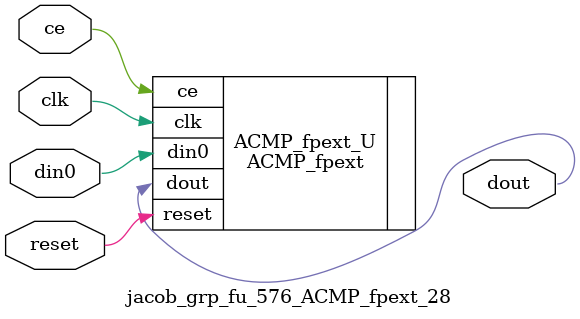
<source format=v>

`timescale 1 ns / 1 ps
module jacob_grp_fu_576_ACMP_fpext_28(
    clk,
    reset,
    ce,
    din0,
    dout);

parameter ID = 32'd1;
parameter NUM_STAGE = 32'd1;
parameter din0_WIDTH = 32'd1;
parameter dout_WIDTH = 32'd1;
input clk;
input reset;
input ce;
input[din0_WIDTH - 1:0] din0;
output[dout_WIDTH - 1:0] dout;



ACMP_fpext #(
.ID( ID ),
.NUM_STAGE( 2 ),
.din0_WIDTH( din0_WIDTH ),
.dout_WIDTH( dout_WIDTH ))
ACMP_fpext_U(
    .clk( clk ),
    .reset( reset ),
    .ce( ce ),
    .din0( din0 ),
    .dout( dout ));

endmodule

</source>
